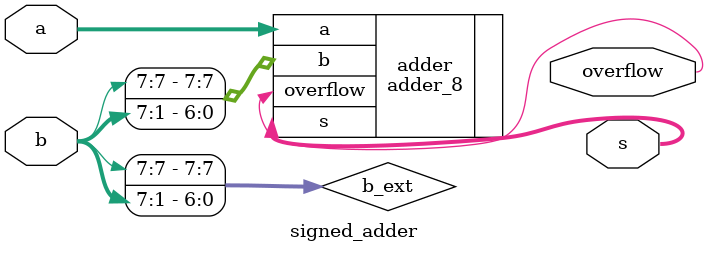
<source format=v>

module signed_adder(input [7:0] a,
    input [7:0] b,
    output [7:0] s,
    output overflow
); 

// The numbers a and b are added to the output s. 
// assign the occurence of the signed overflow of a and b to the output overflow.
// a signed overflow occurs if the most significant bits of a and b are low and the most significant bit of s is high
// a signed overflow may also occur if the most significant bits of a and b are high and the most significant bit of s is low


wire [7:0] b_ext; // The most significant of b is replaced with the extension of the most significant bit of b.
// this wires the output of the most significant of b.

assign b_ext = {{1{b[7]}},b[7:1]}; // Replaces the most significant of b with the extension of b.

// adds a and b and stores the output in the register s.
// Overflow is set to 0.

adder_8 adder(.a(a), .b(b_ext), .s(s), .overflow(overflow));

endmodule

</source>
